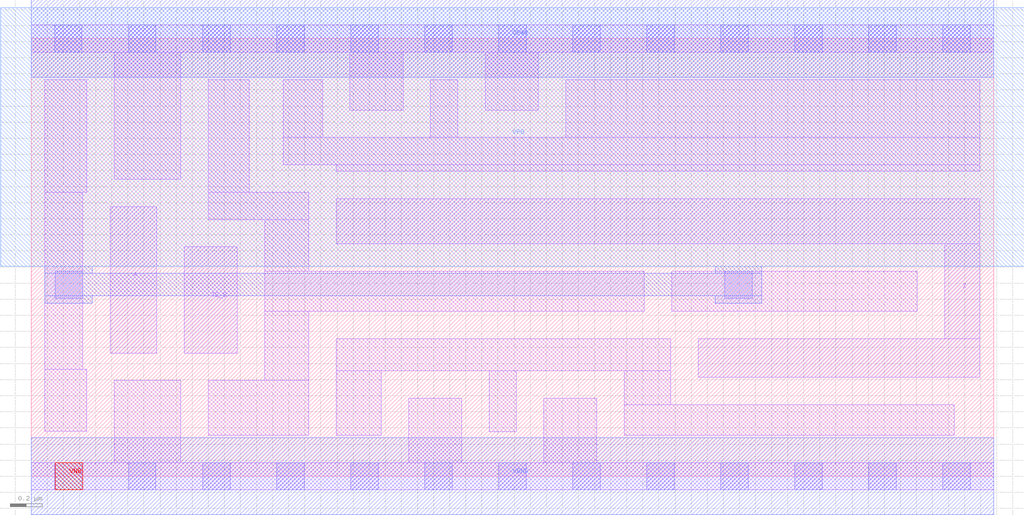
<source format=lef>
# Copyright 2020 The SkyWater PDK Authors
#
# Licensed under the Apache License, Version 2.0 (the "License");
# you may not use this file except in compliance with the License.
# You may obtain a copy of the License at
#
#     https://www.apache.org/licenses/LICENSE-2.0
#
# Unless required by applicable law or agreed to in writing, software
# distributed under the License is distributed on an "AS IS" BASIS,
# WITHOUT WARRANTIES OR CONDITIONS OF ANY KIND, either express or implied.
# See the License for the specific language governing permissions and
# limitations under the License.
#
# SPDX-License-Identifier: Apache-2.0

VERSION 5.7 ;
  NOWIREEXTENSIONATPIN ON ;
  DIVIDERCHAR "/" ;
  BUSBITCHARS "[]" ;
MACRO sky130_fd_sc_hd__ebufn_4
  CLASS CORE ;
  FOREIGN sky130_fd_sc_hd__ebufn_4 ;
  ORIGIN  0.000000  0.000000 ;
  SIZE  5.980000 BY  2.720000 ;
  SYMMETRY X Y R90 ;
  SITE unithd ;
  PIN A
    ANTENNAGATEAREA  0.247500 ;
    DIRECTION INPUT ;
    USE SIGNAL ;
    PORT
      LAYER li1 ;
        RECT 0.490000 0.765000 0.780000 1.675000 ;
    END
  END A
  PIN TE_B
    ANTENNAGATEAREA  0.811500 ;
    DIRECTION INPUT ;
    USE SIGNAL ;
    PORT
      LAYER li1 ;
        RECT 0.950000 0.765000 1.280000 1.425000 ;
    END
  END TE_B
  PIN VNB
    PORT
      LAYER pwell ;
        RECT 0.150000 -0.085000 0.320000 0.085000 ;
    END
  END VNB
  PIN VPB
    PORT
      LAYER nwell ;
        RECT -0.190000 1.305000 6.170000 2.910000 ;
    END
  END VPB
  PIN Z
    ANTENNADIFFAREA  0.891000 ;
    DIRECTION OUTPUT ;
    USE SIGNAL ;
    PORT
      LAYER li1 ;
        RECT 1.895000 1.445000 5.895000 1.725000 ;
        RECT 4.145000 0.615000 5.895000 0.855000 ;
        RECT 5.675000 0.855000 5.895000 1.445000 ;
    END
  END Z
  PIN VGND
    DIRECTION INOUT ;
    SHAPE ABUTMENT ;
    USE GROUND ;
    PORT
      LAYER met1 ;
        RECT 0.000000 -0.240000 5.980000 0.240000 ;
    END
  END VGND
  PIN VPWR
    DIRECTION INOUT ;
    SHAPE ABUTMENT ;
    USE POWER ;
    PORT
      LAYER met1 ;
        RECT 0.000000 2.480000 5.980000 2.960000 ;
    END
  END VPWR
  OBS
    LAYER li1 ;
      RECT 0.000000 -0.085000 5.980000 0.085000 ;
      RECT 0.000000  2.635000 5.980000 2.805000 ;
      RECT 0.085000  0.280000 0.345000 0.665000 ;
      RECT 0.085000  0.665000 0.320000 1.765000 ;
      RECT 0.085000  1.765000 0.345000 2.465000 ;
      RECT 0.515000  0.085000 0.930000 0.595000 ;
      RECT 0.515000  1.845000 0.930000 2.635000 ;
      RECT 1.100000  0.255000 1.725000 0.595000 ;
      RECT 1.100000  1.595000 1.725000 1.765000 ;
      RECT 1.100000  1.765000 1.355000 2.465000 ;
      RECT 1.450000  0.595000 1.725000 1.025000 ;
      RECT 1.450000  1.025000 3.810000 1.275000 ;
      RECT 1.450000  1.275000 1.725000 1.595000 ;
      RECT 1.565000  1.935000 5.895000 2.105000 ;
      RECT 1.565000  2.105000 1.810000 2.465000 ;
      RECT 1.895000  0.255000 2.175000 0.655000 ;
      RECT 1.895000  0.655000 3.975000 0.855000 ;
      RECT 1.895000  1.895000 5.895000 1.935000 ;
      RECT 1.980000  2.275000 2.310000 2.635000 ;
      RECT 2.345000  0.085000 2.675000 0.485000 ;
      RECT 2.480000  2.105000 2.650000 2.465000 ;
      RECT 2.820000  2.275000 3.150000 2.635000 ;
      RECT 2.845000  0.275000 3.015000 0.655000 ;
      RECT 3.185000  0.085000 3.515000 0.485000 ;
      RECT 3.320000  2.105000 5.895000 2.465000 ;
      RECT 3.685000  0.255000 5.735000 0.445000 ;
      RECT 3.685000  0.445000 3.975000 0.655000 ;
      RECT 3.980000  1.025000 5.505000 1.275000 ;
    LAYER mcon ;
      RECT 0.145000 -0.085000 0.315000 0.085000 ;
      RECT 0.145000  2.635000 0.315000 2.805000 ;
      RECT 0.150000  1.105000 0.320000 1.275000 ;
      RECT 0.605000 -0.085000 0.775000 0.085000 ;
      RECT 0.605000  2.635000 0.775000 2.805000 ;
      RECT 1.065000 -0.085000 1.235000 0.085000 ;
      RECT 1.065000  2.635000 1.235000 2.805000 ;
      RECT 1.525000 -0.085000 1.695000 0.085000 ;
      RECT 1.525000  2.635000 1.695000 2.805000 ;
      RECT 1.985000 -0.085000 2.155000 0.085000 ;
      RECT 1.985000  2.635000 2.155000 2.805000 ;
      RECT 2.445000 -0.085000 2.615000 0.085000 ;
      RECT 2.445000  2.635000 2.615000 2.805000 ;
      RECT 2.905000 -0.085000 3.075000 0.085000 ;
      RECT 2.905000  2.635000 3.075000 2.805000 ;
      RECT 3.365000 -0.085000 3.535000 0.085000 ;
      RECT 3.365000  2.635000 3.535000 2.805000 ;
      RECT 3.825000 -0.085000 3.995000 0.085000 ;
      RECT 3.825000  2.635000 3.995000 2.805000 ;
      RECT 4.285000 -0.085000 4.455000 0.085000 ;
      RECT 4.285000  2.635000 4.455000 2.805000 ;
      RECT 4.310000  1.105000 4.480000 1.275000 ;
      RECT 4.745000 -0.085000 4.915000 0.085000 ;
      RECT 4.745000  2.635000 4.915000 2.805000 ;
      RECT 5.205000 -0.085000 5.375000 0.085000 ;
      RECT 5.205000  2.635000 5.375000 2.805000 ;
      RECT 5.665000 -0.085000 5.835000 0.085000 ;
      RECT 5.665000  2.635000 5.835000 2.805000 ;
    LAYER met1 ;
      RECT 0.085000 1.075000 0.380000 1.120000 ;
      RECT 0.085000 1.120000 4.540000 1.260000 ;
      RECT 0.085000 1.260000 0.380000 1.305000 ;
      RECT 4.250000 1.075000 4.540000 1.120000 ;
      RECT 4.250000 1.260000 4.540000 1.305000 ;
  END
END sky130_fd_sc_hd__ebufn_4
END LIBRARY

</source>
